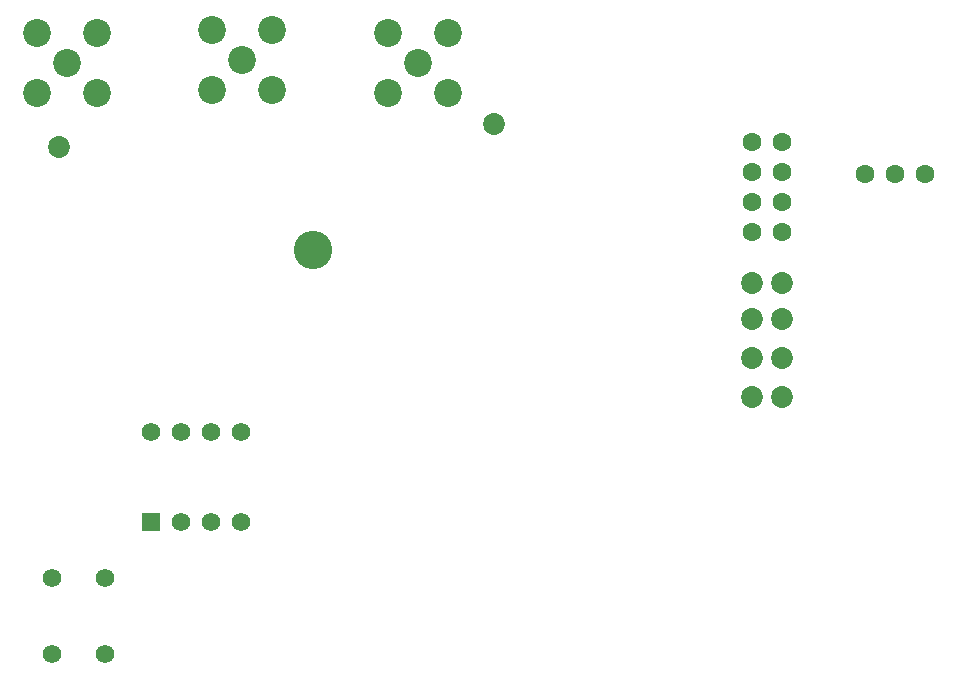
<source format=gbs>
%FSLAX25Y25*%
%MOIN*%
G70*
G01*
G75*
G04 Layer_Color=16711935*
%ADD10C,0.01200*%
%ADD11C,0.01100*%
%ADD12R,0.03000X0.03000*%
%ADD13R,0.01122X0.30709*%
%ADD14R,0.02362X0.12244*%
%ADD15R,0.02953X0.13031*%
%ADD16R,0.03000X0.03000*%
%ADD17R,0.03543X0.03150*%
%ADD18R,0.03100X0.03100*%
%ADD19R,0.04449X0.05787*%
%ADD20R,0.07874X0.04724*%
%ADD21R,0.09449X0.10236*%
%ADD22R,0.01200X0.05300*%
%ADD23R,0.07100X0.07500*%
%ADD24R,0.09100X0.07500*%
%ADD25R,0.05000X0.02992*%
%ADD26R,0.02992X0.05000*%
%ADD27R,0.00787X0.02658*%
%ADD28R,0.01496X0.06100*%
%ADD29R,0.05118X0.04921*%
%ADD30R,0.01969X0.01969*%
%ADD31R,0.01969X0.01969*%
%ADD32R,0.12992X0.17323*%
%ADD33R,0.15354X0.24410*%
%ADD34R,0.05787X0.04449*%
%ADD35R,0.01181X0.02047*%
%ADD36R,0.01181X0.01929*%
%ADD37R,0.05079X0.10709*%
%ADD38R,0.01063X0.03150*%
%ADD39R,0.05512X0.04724*%
%ADD40O,0.08661X0.02362*%
%ADD41R,0.03347X0.01102*%
%ADD42R,0.06496X0.09449*%
%ADD43R,0.02362X0.00984*%
%ADD44R,0.00984X0.02362*%
%ADD45R,0.20079X0.20079*%
%ADD46R,0.03937X0.02756*%
%ADD47C,0.00945*%
%ADD48C,0.03937*%
%ADD49C,0.02500*%
%ADD50C,0.00500*%
%ADD51C,0.01000*%
%ADD52C,0.00800*%
%ADD53C,0.02000*%
%ADD54C,0.01500*%
%ADD55C,0.00600*%
%ADD56C,0.06000*%
%ADD57C,0.07000*%
%ADD58C,0.12500*%
%ADD59C,0.09000*%
%ADD60C,0.05906*%
%ADD61C,0.07874*%
%ADD62R,0.05906X0.05906*%
%ADD63C,0.03100*%
%ADD64C,0.01400*%
%ADD65C,0.01969*%
%ADD66C,0.04000*%
%ADD67C,0.04800*%
%ADD68C,0.14500*%
%ADD69C,0.07500*%
%ADD70C,0.05937*%
%ADD71C,0.09874*%
%ADD72C,0.05543*%
%ADD73C,0.03400*%
%ADD74C,0.02700*%
%ADD75C,0.08000*%
%ADD76C,0.02787*%
%ADD77C,0.00984*%
%ADD78C,0.00787*%
%ADD79C,0.00394*%
%ADD80C,0.01575*%
%ADD81C,0.02362*%
%ADD82C,0.01600*%
%ADD83R,0.04331X0.04331*%
%ADD84R,0.03300X0.03300*%
%ADD85R,0.03300X0.03300*%
%ADD86R,0.03843X0.03450*%
%ADD87R,0.03400X0.03400*%
%ADD88R,0.04749X0.06087*%
%ADD89R,0.08174X0.05024*%
%ADD90R,0.09749X0.10536*%
%ADD91R,0.01500X0.05600*%
%ADD92R,0.07400X0.07800*%
%ADD93R,0.09400X0.07800*%
%ADD94R,0.05300X0.03292*%
%ADD95R,0.03292X0.05300*%
%ADD96R,0.01087X0.02958*%
%ADD97R,0.01796X0.06400*%
%ADD98R,0.05418X0.05221*%
%ADD99R,0.02269X0.02269*%
%ADD100R,0.02269X0.02269*%
%ADD101R,0.13292X0.17623*%
%ADD102R,0.15654X0.24710*%
%ADD103R,0.06087X0.04749*%
%ADD104R,0.01575X0.02441*%
%ADD105R,0.01575X0.02323*%
%ADD106R,0.05379X0.11009*%
%ADD107R,0.01363X0.03450*%
%ADD108R,0.05812X0.05024*%
%ADD109O,0.08961X0.02662*%
%ADD110R,0.03647X0.01402*%
%ADD111R,0.06796X0.09749*%
%ADD112R,0.20379X0.20379*%
%ADD113R,0.04237X0.03056*%
%ADD114C,0.01245*%
%ADD115C,0.11811*%
%ADD116C,0.06300*%
%ADD117C,0.00300*%
%ADD118C,0.07300*%
%ADD119C,0.12800*%
%ADD120C,0.09300*%
%ADD121C,0.06206*%
%ADD122R,0.06206X0.06206*%
D116*
X302500Y170500D02*
D03*
X282500D02*
D03*
X292500D02*
D03*
X245000Y161000D02*
D03*
Y151000D02*
D03*
Y181000D02*
D03*
Y171000D02*
D03*
X255000Y161000D02*
D03*
Y151000D02*
D03*
Y181000D02*
D03*
Y171000D02*
D03*
D117*
X290500Y97500D02*
D03*
X306500Y113500D02*
D03*
X290500Y120000D02*
D03*
X306500Y136000D02*
D03*
X290500Y140500D02*
D03*
X306500Y156500D02*
D03*
D118*
X255000Y134000D02*
D03*
X245000D02*
D03*
X245000Y96000D02*
D03*
X255000D02*
D03*
X245000Y109000D02*
D03*
X255000D02*
D03*
X245000Y122000D02*
D03*
X255000D02*
D03*
X14000Y179500D02*
D03*
X159000Y187000D02*
D03*
D119*
X98500Y145000D02*
D03*
D120*
X75000Y208500D02*
D03*
X85000Y218500D02*
D03*
X65000D02*
D03*
Y198500D02*
D03*
X85000D02*
D03*
X133500Y207500D02*
D03*
X143500Y217500D02*
D03*
X123500D02*
D03*
Y197500D02*
D03*
X143500D02*
D03*
X16500Y207500D02*
D03*
X26500Y217500D02*
D03*
X6500D02*
D03*
Y197500D02*
D03*
X26500D02*
D03*
D121*
X29358Y10205D02*
D03*
X11642D02*
D03*
Y35795D02*
D03*
X29358D02*
D03*
X74500Y84500D02*
D03*
X64500D02*
D03*
X54500D02*
D03*
X74500Y54500D02*
D03*
X54500D02*
D03*
X64500D02*
D03*
X44500Y84500D02*
D03*
D122*
Y54500D02*
D03*
M02*

</source>
